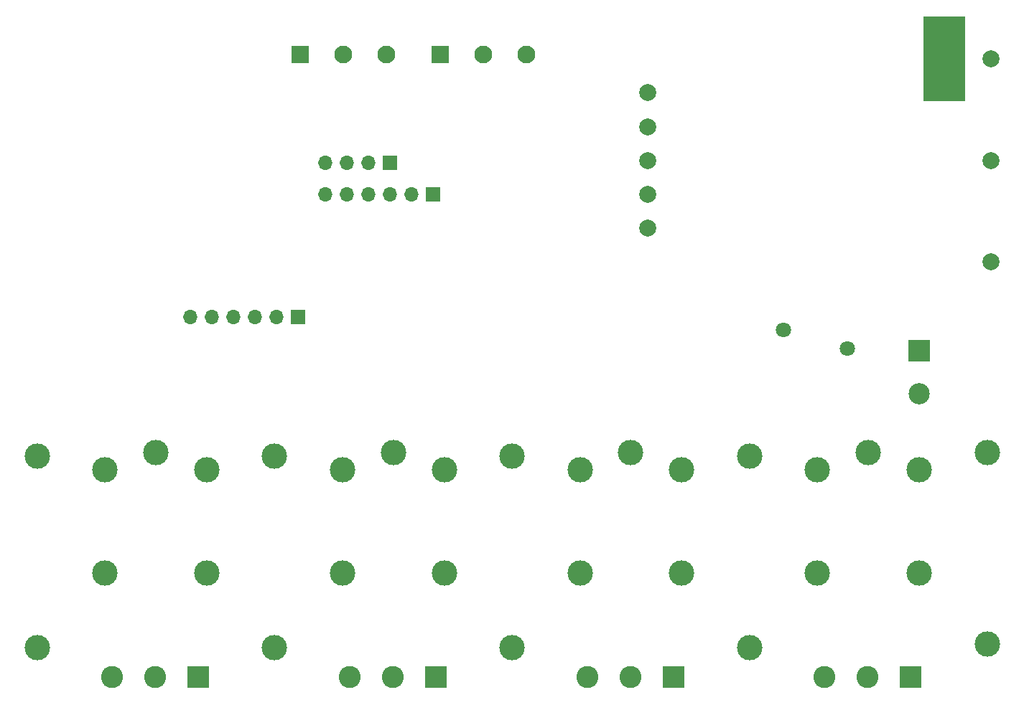
<source format=gbr>
G04 #@! TF.GenerationSoftware,KiCad,Pcbnew,(5.1.9)-1*
G04 #@! TF.CreationDate,2021-03-08T14:29:57+02:00*
G04 #@! TF.ProjectId,Voltlog ESP32 Relay Controller,566f6c74-6c6f-4672-9045-535033322052,rev?*
G04 #@! TF.SameCoordinates,Original*
G04 #@! TF.FileFunction,Soldermask,Bot*
G04 #@! TF.FilePolarity,Negative*
%FSLAX46Y46*%
G04 Gerber Fmt 4.6, Leading zero omitted, Abs format (unit mm)*
G04 Created by KiCad (PCBNEW (5.1.9)-1) date 2021-03-08 14:29:57*
%MOMM*%
%LPD*%
G01*
G04 APERTURE LIST*
%ADD10C,1.800000*%
%ADD11R,5.000000X10.000000*%
%ADD12C,2.000000*%
%ADD13C,2.500000*%
%ADD14R,2.500000X2.500000*%
%ADD15C,3.000000*%
%ADD16C,2.600000*%
%ADD17R,2.600000X2.600000*%
%ADD18O,1.700000X1.700000*%
%ADD19R,1.700000X1.700000*%
%ADD20C,2.100000*%
%ADD21R,2.100000X2.100000*%
G04 APERTURE END LIST*
D10*
G04 #@! TO.C,RV1*
X139500000Y-99700000D03*
X132000000Y-97500000D03*
G04 #@! TD*
D11*
G04 #@! TO.C,TP1*
X151000000Y-65500000D03*
G04 #@! TD*
D12*
G04 #@! TO.C,PS1*
X116000000Y-77500000D03*
X116000000Y-73500000D03*
X116000000Y-81500000D03*
X116000000Y-69500000D03*
X116000000Y-85500000D03*
X156500000Y-65500000D03*
X156500000Y-77500000D03*
X156500000Y-89500000D03*
G04 #@! TD*
D13*
G04 #@! TO.C,J1*
X148000000Y-105080000D03*
D14*
X148000000Y-100000000D03*
G04 #@! TD*
D15*
G04 #@! TO.C,K4*
X58000000Y-112000000D03*
X64000000Y-114000000D03*
X64000000Y-126200000D03*
X52000000Y-126200000D03*
X52000000Y-114000000D03*
G04 #@! TD*
G04 #@! TO.C,K3*
X86000000Y-112000000D03*
X92000000Y-114000000D03*
X92000000Y-126200000D03*
X80000000Y-126200000D03*
X80000000Y-114000000D03*
G04 #@! TD*
G04 #@! TO.C,K2*
X114000000Y-112000000D03*
X120000000Y-114000000D03*
X120000000Y-126200000D03*
X108000000Y-126200000D03*
X108000000Y-114000000D03*
G04 #@! TD*
G04 #@! TO.C,K1*
X142000000Y-112000000D03*
X148000000Y-114000000D03*
X148000000Y-126200000D03*
X136000000Y-126200000D03*
X136000000Y-114000000D03*
G04 #@! TD*
D16*
G04 #@! TO.C,J11*
X52840000Y-138500000D03*
X57920000Y-138500000D03*
D17*
X63000000Y-138500000D03*
G04 #@! TD*
D16*
G04 #@! TO.C,J10*
X80840000Y-138500000D03*
X85920000Y-138500000D03*
D17*
X91000000Y-138500000D03*
G04 #@! TD*
D16*
G04 #@! TO.C,J9*
X108920000Y-138500000D03*
X114000000Y-138500000D03*
D17*
X119080000Y-138500000D03*
G04 #@! TD*
D16*
G04 #@! TO.C,J8*
X136840000Y-138500000D03*
X141920000Y-138500000D03*
D17*
X147000000Y-138500000D03*
G04 #@! TD*
D18*
G04 #@! TO.C,J7*
X77978000Y-81534000D03*
X80518000Y-81534000D03*
X83058000Y-81534000D03*
X85598000Y-81534000D03*
X88138000Y-81534000D03*
D19*
X90678000Y-81534000D03*
G04 #@! TD*
D18*
G04 #@! TO.C,J6*
X62050000Y-96000000D03*
X64590000Y-96000000D03*
X67130000Y-96000000D03*
X69670000Y-96000000D03*
X72210000Y-96000000D03*
D19*
X74750000Y-96000000D03*
G04 #@! TD*
D18*
G04 #@! TO.C,J4*
X77978000Y-77750000D03*
X80518000Y-77750000D03*
X83058000Y-77750000D03*
D19*
X85598000Y-77750000D03*
G04 #@! TD*
D20*
G04 #@! TO.C,J3*
X85160000Y-65000000D03*
X80080000Y-65000000D03*
D21*
X75000000Y-65000000D03*
G04 #@! TD*
D20*
G04 #@! TO.C,J2*
X101660000Y-65000000D03*
X96580000Y-65000000D03*
D21*
X91500000Y-65000000D03*
G04 #@! TD*
D15*
G04 #@! TO.C,F5*
X44000000Y-112400000D03*
X44000000Y-135000000D03*
G04 #@! TD*
G04 #@! TO.C,F4*
X72000000Y-112400000D03*
X72000000Y-135000000D03*
G04 #@! TD*
G04 #@! TO.C,F3*
X100000000Y-112400000D03*
X100000000Y-135000000D03*
G04 #@! TD*
G04 #@! TO.C,F2*
X128000000Y-112400000D03*
X128000000Y-135000000D03*
G04 #@! TD*
G04 #@! TO.C,F1*
X156000000Y-134600000D03*
X156000000Y-112000000D03*
G04 #@! TD*
M02*

</source>
